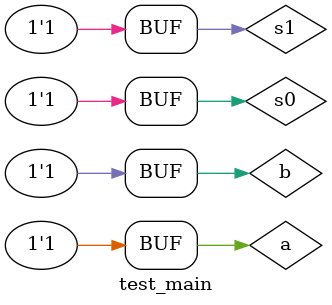
<source format=v>
module gates (input a, input b, output sand, output sor, output snand, output snor);
// descrever por portas
 and AND1 (sand, a, b);
 or OR1 (sor , a, b);
 not NOTAND1 (snand, sand);
 not NOTOR1 (snor, sor);
endmodule // gates
// -------------------------
// multiplexer
// -------------------------
module mux (output s, input a, input b, input select);
 // definir dados locais
 wire notselect;
 wire sa;
 wire sb;
 
 // descrever por portas
 not NOT1 (notselect, select);
 and AND1 (sa, a, select);
 and AND2 (sb, b, notselect);
 or OR1 (s, sa, sb);
endmodule // mux
module test_main;
// ------------------------- definir dados
 reg a;
 reg b;
 reg s0;
 reg s1;
 wire sand;
 wire sor;
 wire snand;
 wire snor;
 wire muxGate;
 wire muxNotGate;
 wire s;

 gates GATES (a, b, sand, sor, snand, snor);
 mux MUX1 (muxGate, sand, sor, s0);
 mux MUX2 (muxNotGate, snand, snor, s0);
 mux MUX3 (s, muxGate, muxNotGate, s1);

// ------------------------- parte principal
 initial
 begin : main
 $display("Exemplo_0603 - Maria Carolina Resende Jaudacy - 667477");
 $display("Test LU's module");
 $display("Select (s0/s1): 00 = nor, 01 = or, 10 = nand, 11 = and)");
 $display("  s0   s1    a    b    s");

 // projetar testes do modulo
 $monitor("%4b %4b %4b %4b %4b", s0, s1, a, b, s);
    s0 = 1'b0; s1 = 1'b0; a = 1'b0; b = 1'b0;
 #1 s0 = 1'b0; s1 = 1'b0; a = 1'b0; b = 1'b1;
 #1 s0 = 1'b0; s1 = 1'b0; a = 1'b1; b = 1'b0;
 #1 s0 = 1'b0; s1 = 1'b0; a = 1'b1; b = 1'b1;
 #1 s0 = 1'b0; s1 = 1'b1; a = 1'b0; b = 1'b0;
 #1 s0 = 1'b0; s1 = 1'b1; a = 1'b0; b = 1'b1;
 #1 s0 = 1'b0; s1 = 1'b1; a = 1'b1; b = 1'b0;
 #1 s0 = 1'b0; s1 = 1'b1; a = 1'b1; b = 1'b1;
 #1 s0 = 1'b1; s1 = 1'b0; a = 1'b0; b = 1'b0;
 #1 s0 = 1'b1; s1 = 1'b0; a = 1'b0; b = 1'b1;
 #1 s0 = 1'b1; s1 = 1'b0; a = 1'b1; b = 1'b0;
 #1 s0 = 1'b1; s1 = 1'b0; a = 1'b1; b = 1'b1;
 #1 s0 = 1'b1; s1 = 1'b1; a = 1'b0; b = 1'b0;
 #1 s0 = 1'b1; s1 = 1'b1; a = 1'b0; b = 1'b1;
 #1 s0 = 1'b1; s1 = 1'b1; a = 1'b1; b = 1'b0;
 #1 s0 = 1'b1; s1 = 1'b1; a = 1'b1; b = 1'b1;
 end
endmodule // test_main
</source>
